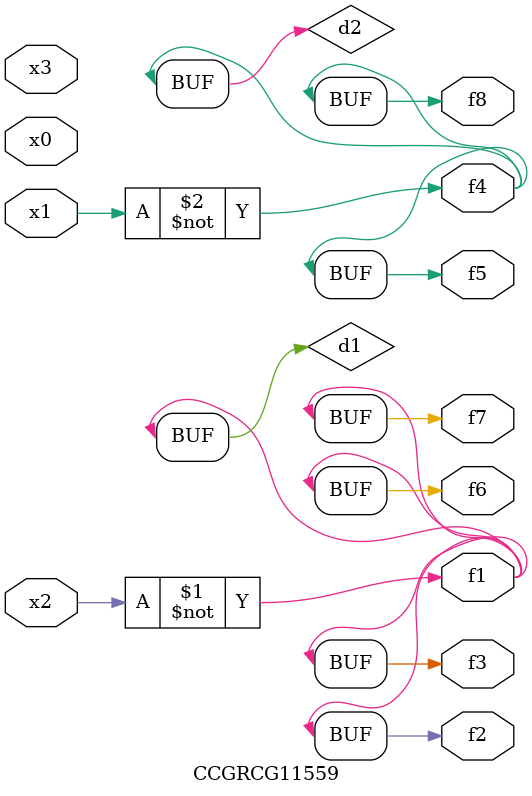
<source format=v>
module CCGRCG11559(
	input x0, x1, x2, x3,
	output f1, f2, f3, f4, f5, f6, f7, f8
);

	wire d1, d2;

	xnor (d1, x2);
	not (d2, x1);
	assign f1 = d1;
	assign f2 = d1;
	assign f3 = d1;
	assign f4 = d2;
	assign f5 = d2;
	assign f6 = d1;
	assign f7 = d1;
	assign f8 = d2;
endmodule

</source>
